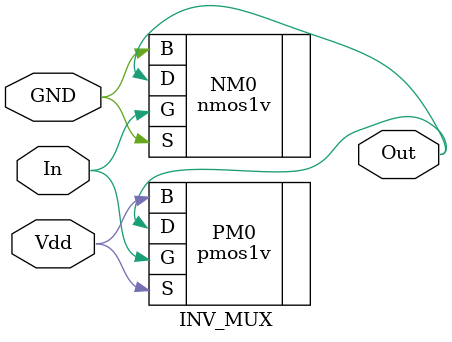
<source format=v>

module INV_MUX (
GND,Vdd,In,Out );
input  GND;
input  Vdd;
input  In;
output  Out;
wire Vdd;
wire In;
wire GND;
wire Out;

nmos1v    
 NM0  ( .S( GND ), .G( In ), .B( GND ), .D( Out ) );

pmos1v    
 PM0  ( .S( Vdd ), .G( In ), .B( Vdd ), .D( Out ) );

endmodule


</source>
